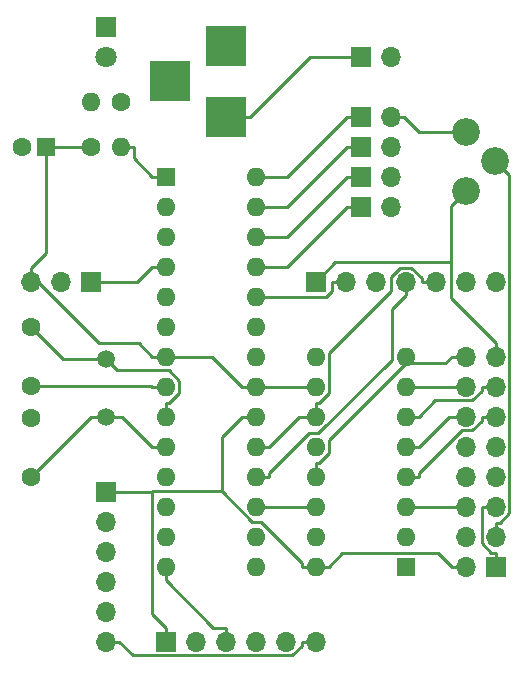
<source format=gbl>
G04 #@! TF.FileFunction,Copper,L2,Bot,Signal*
%FSLAX46Y46*%
G04 Gerber Fmt 4.6, Leading zero omitted, Abs format (unit mm)*
G04 Created by KiCad (PCBNEW 4.0.7) date Tuesday, February 20, 2018 'PMt' 03:02:02 PM*
%MOMM*%
%LPD*%
G01*
G04 APERTURE LIST*
%ADD10C,0.100000*%
%ADD11R,1.600000X1.600000*%
%ADD12O,1.600000X1.600000*%
%ADD13C,1.600000*%
%ADD14R,1.700000X1.700000*%
%ADD15O,1.700000X1.700000*%
%ADD16R,3.500000X3.500000*%
%ADD17C,2.340000*%
%ADD18C,1.500000*%
%ADD19R,1.800000X1.800000*%
%ADD20C,1.800000*%
%ADD21C,0.250000*%
G04 APERTURE END LIST*
D10*
D11*
X97790000Y-85090000D03*
D12*
X105410000Y-118110000D03*
X97790000Y-87630000D03*
X105410000Y-115570000D03*
X97790000Y-90170000D03*
X105410000Y-113030000D03*
X97790000Y-92710000D03*
X105410000Y-110490000D03*
X97790000Y-95250000D03*
X105410000Y-107950000D03*
X97790000Y-97790000D03*
X105410000Y-105410000D03*
X97790000Y-100330000D03*
X105410000Y-102870000D03*
X97790000Y-102870000D03*
X105410000Y-100330000D03*
X97790000Y-105410000D03*
X105410000Y-97790000D03*
X97790000Y-107950000D03*
X105410000Y-95250000D03*
X97790000Y-110490000D03*
X105410000Y-92710000D03*
X97790000Y-113030000D03*
X105410000Y-90170000D03*
X97790000Y-115570000D03*
X105410000Y-87630000D03*
X97790000Y-118110000D03*
X105410000Y-85090000D03*
D13*
X86360000Y-97790000D03*
X86360000Y-102790000D03*
X86360000Y-110490000D03*
X86360000Y-105490000D03*
D14*
X114300000Y-87630000D03*
D15*
X116840000Y-87630000D03*
D14*
X114300000Y-85090000D03*
D15*
X116840000Y-85090000D03*
D14*
X114300000Y-82550000D03*
D15*
X116840000Y-82550000D03*
D16*
X102870000Y-80010000D03*
X102870000Y-74010000D03*
X98170000Y-77010000D03*
D14*
X125730000Y-118110000D03*
D15*
X123190000Y-118110000D03*
X125730000Y-115570000D03*
X123190000Y-115570000D03*
X125730000Y-113030000D03*
X123190000Y-113030000D03*
X125730000Y-110490000D03*
X123190000Y-110490000D03*
X125730000Y-107950000D03*
X123190000Y-107950000D03*
X125730000Y-105410000D03*
X123190000Y-105410000D03*
X125730000Y-102870000D03*
X123190000Y-102870000D03*
X125730000Y-100330000D03*
X123190000Y-100330000D03*
D14*
X114300000Y-80010000D03*
D15*
X116840000Y-80010000D03*
D14*
X97790000Y-124460000D03*
D15*
X100330000Y-124460000D03*
X102870000Y-124460000D03*
X105410000Y-124460000D03*
X107950000Y-124460000D03*
X110490000Y-124460000D03*
D17*
X123190000Y-86280000D03*
X125690000Y-83780000D03*
X123190000Y-81280000D03*
D11*
X118110000Y-118110000D03*
D12*
X110490000Y-100330000D03*
X118110000Y-115570000D03*
X110490000Y-102870000D03*
X118110000Y-113030000D03*
X110490000Y-105410000D03*
X118110000Y-110490000D03*
X110490000Y-107950000D03*
X118110000Y-107950000D03*
X110490000Y-110490000D03*
X118110000Y-105410000D03*
X110490000Y-113030000D03*
X118110000Y-102870000D03*
X110490000Y-115570000D03*
X118110000Y-100330000D03*
X110490000Y-118110000D03*
D14*
X110490000Y-93980000D03*
D15*
X113030000Y-93980000D03*
X115570000Y-93980000D03*
X118110000Y-93980000D03*
X120650000Y-93980000D03*
X123190000Y-93980000D03*
X125730000Y-93980000D03*
D18*
X92710000Y-105410000D03*
X92710000Y-100530000D03*
D14*
X92710000Y-111760000D03*
D15*
X92710000Y-114300000D03*
X92710000Y-116840000D03*
X92710000Y-119380000D03*
X92710000Y-121920000D03*
X92710000Y-124460000D03*
D14*
X91440000Y-93980000D03*
D15*
X88900000Y-93980000D03*
X86360000Y-93980000D03*
D19*
X92710000Y-72390000D03*
D20*
X92710000Y-74930000D03*
D14*
X114300000Y-74930000D03*
D15*
X116840000Y-74930000D03*
D13*
X93980000Y-78740000D03*
D12*
X91440000Y-78740000D03*
D11*
X87630000Y-82550000D03*
D13*
X85630000Y-82550000D03*
X91440000Y-82550000D03*
D12*
X93980000Y-82550000D03*
D21*
X95105300Y-83530600D02*
X96664700Y-85090000D01*
X95105300Y-82550000D02*
X95105300Y-83530600D01*
X97790000Y-85090000D02*
X96664700Y-85090000D01*
X93980000Y-82550000D02*
X95105300Y-82550000D01*
X110490000Y-113030000D02*
X105410000Y-113030000D01*
X95394700Y-93980000D02*
X96664700Y-92710000D01*
X91440000Y-93980000D02*
X95394700Y-93980000D01*
X97790000Y-92710000D02*
X96664700Y-92710000D01*
X106535300Y-110208700D02*
X106535300Y-110490000D01*
X109919400Y-106824600D02*
X106535300Y-110208700D01*
X110712600Y-106824600D02*
X109919400Y-106824600D01*
X116934700Y-100602500D02*
X110712600Y-106824600D01*
X116934700Y-96330600D02*
X116934700Y-100602500D01*
X118110000Y-95155300D02*
X116934700Y-96330600D01*
X118110000Y-93980000D02*
X118110000Y-95155300D01*
X105410000Y-110490000D02*
X106535300Y-110490000D01*
X109075300Y-105410000D02*
X106535300Y-107950000D01*
X110490000Y-105410000D02*
X109075300Y-105410000D01*
X105410000Y-107950000D02*
X106535300Y-107950000D01*
X110771400Y-104284700D02*
X110490000Y-104284700D01*
X111615300Y-103440800D02*
X110771400Y-104284700D01*
X111615300Y-100024400D02*
X111615300Y-103440800D01*
X116840000Y-94799700D02*
X111615300Y-100024400D01*
X116840000Y-93585600D02*
X116840000Y-94799700D01*
X117621000Y-92804600D02*
X116840000Y-93585600D01*
X118612800Y-92804600D02*
X117621000Y-92804600D01*
X119474700Y-93666500D02*
X118612800Y-92804600D01*
X119474700Y-93980000D02*
X119474700Y-93666500D01*
X120650000Y-93980000D02*
X119474700Y-93980000D01*
X110490000Y-105410000D02*
X110490000Y-104284700D01*
X87630000Y-82550000D02*
X91440000Y-82550000D01*
X87630000Y-91534700D02*
X86360000Y-92804700D01*
X87630000Y-82550000D02*
X87630000Y-91534700D01*
X105410000Y-105410000D02*
X104284700Y-105410000D01*
X120889400Y-116984700D02*
X122014700Y-118110000D01*
X112740600Y-116984700D02*
X120889400Y-116984700D01*
X111615300Y-118110000D02*
X112740600Y-116984700D01*
X110490000Y-118110000D02*
X111615300Y-118110000D01*
X123190000Y-118110000D02*
X122014700Y-118110000D01*
X110490000Y-118110000D02*
X109364700Y-118110000D01*
X125730000Y-100330000D02*
X125730000Y-99154700D01*
X102538700Y-107156000D02*
X102538700Y-111750200D01*
X104284700Y-105410000D02*
X102538700Y-107156000D01*
X109364700Y-117828700D02*
X109364700Y-118110000D01*
X105836000Y-114300000D02*
X109364700Y-117828700D01*
X105088500Y-114300000D02*
X105836000Y-114300000D01*
X102538700Y-111750200D02*
X105088500Y-114300000D01*
X92710000Y-111760000D02*
X93885300Y-111760000D01*
X97790000Y-124460000D02*
X97790000Y-123284700D01*
X96657300Y-111760000D02*
X93885300Y-111760000D01*
X96667100Y-111750200D02*
X96657300Y-111760000D01*
X102538700Y-111750200D02*
X96667100Y-111750200D01*
X96657300Y-122152000D02*
X97790000Y-123284700D01*
X96657300Y-111760000D02*
X96657300Y-122152000D01*
X101744700Y-100330000D02*
X104284700Y-102870000D01*
X97790000Y-100330000D02*
X101744700Y-100330000D01*
X105410000Y-102870000D02*
X104284700Y-102870000D01*
X110490000Y-102870000D02*
X105410000Y-102870000D01*
X112115700Y-92354300D02*
X110490000Y-93980000D01*
X121920000Y-92354300D02*
X112115700Y-92354300D01*
X121920000Y-87550000D02*
X121920000Y-92354300D01*
X123190000Y-86280000D02*
X121920000Y-87550000D01*
X121920000Y-95344700D02*
X125730000Y-99154700D01*
X121920000Y-92354300D02*
X121920000Y-95344700D01*
X86360000Y-93980000D02*
X86360000Y-93392300D01*
X86360000Y-93392300D02*
X86360000Y-92804700D01*
X95539400Y-99204700D02*
X96664700Y-100330000D01*
X92172400Y-99204700D02*
X95539400Y-99204700D01*
X86360000Y-93392300D02*
X92172400Y-99204700D01*
X97790000Y-100330000D02*
X96664700Y-100330000D01*
X119285300Y-81280000D02*
X118015300Y-80010000D01*
X123190000Y-81280000D02*
X119285300Y-81280000D01*
X116840000Y-80010000D02*
X118015300Y-80010000D01*
X96584700Y-102790000D02*
X96664700Y-102870000D01*
X86360000Y-102790000D02*
X96584700Y-102790000D01*
X97790000Y-102870000D02*
X96664700Y-102870000D01*
X118110000Y-100330000D02*
X118110000Y-100892600D01*
X121452100Y-100892600D02*
X122014700Y-100330000D01*
X118110000Y-100892600D02*
X121452100Y-100892600D01*
X123190000Y-100330000D02*
X122014700Y-100330000D01*
X125730000Y-113030000D02*
X124667300Y-113030000D01*
X125362600Y-116934700D02*
X125730000Y-116934700D01*
X124554700Y-116126800D02*
X125362600Y-116934700D01*
X124554700Y-113030000D02*
X124554700Y-116126800D01*
X124667300Y-113030000D02*
X124554700Y-113030000D01*
X125730000Y-118110000D02*
X125730000Y-116934700D01*
X95060600Y-125635300D02*
X93885300Y-124460000D01*
X108506700Y-125635300D02*
X95060600Y-125635300D01*
X109314700Y-124827300D02*
X108506700Y-125635300D01*
X109314700Y-124460000D02*
X109314700Y-124827300D01*
X110490000Y-124460000D02*
X109314700Y-124460000D01*
X92710000Y-124460000D02*
X93885300Y-124460000D01*
X111615300Y-107387300D02*
X118110000Y-100892600D01*
X111615300Y-108520800D02*
X111615300Y-107387300D01*
X110771400Y-109364700D02*
X111615300Y-108520800D01*
X110490000Y-109364700D02*
X110771400Y-109364700D01*
X110490000Y-110490000D02*
X110490000Y-109364700D01*
X97790000Y-105410000D02*
X97790000Y-104284700D01*
X89100000Y-100530000D02*
X86360000Y-97790000D01*
X92710000Y-100530000D02*
X89100000Y-100530000D01*
X98071400Y-104284700D02*
X97790000Y-104284700D01*
X98915300Y-103440800D02*
X98071400Y-104284700D01*
X98915300Y-102363600D02*
X98915300Y-103440800D01*
X98052800Y-101501100D02*
X98915300Y-102363600D01*
X93681100Y-101501100D02*
X98052800Y-101501100D01*
X92710000Y-100530000D02*
X93681100Y-101501100D01*
X94124700Y-105410000D02*
X96664700Y-107950000D01*
X92710000Y-105410000D02*
X94124700Y-105410000D01*
X97790000Y-107950000D02*
X96664700Y-107950000D01*
X91440000Y-105410000D02*
X92710000Y-105410000D01*
X86360000Y-110490000D02*
X91440000Y-105410000D01*
X111392700Y-95250000D02*
X105410000Y-95250000D01*
X111854700Y-94788000D02*
X111392700Y-95250000D01*
X111854700Y-93980000D02*
X111854700Y-94788000D01*
X113030000Y-93980000D02*
X111854700Y-93980000D01*
X108044700Y-92710000D02*
X105410000Y-92710000D01*
X113124700Y-87630000D02*
X108044700Y-92710000D01*
X114300000Y-87630000D02*
X113124700Y-87630000D01*
X108044700Y-90170000D02*
X105410000Y-90170000D01*
X113124700Y-85090000D02*
X108044700Y-90170000D01*
X114300000Y-85090000D02*
X113124700Y-85090000D01*
X108044700Y-87630000D02*
X105410000Y-87630000D01*
X113124700Y-82550000D02*
X108044700Y-87630000D01*
X114300000Y-82550000D02*
X113124700Y-82550000D01*
X101839400Y-123284700D02*
X97790000Y-119235300D01*
X102870000Y-123284700D02*
X101839400Y-123284700D01*
X97790000Y-118110000D02*
X97790000Y-119235300D01*
X102870000Y-124460000D02*
X102870000Y-123284700D01*
X108044700Y-85090000D02*
X105410000Y-85090000D01*
X113124700Y-80010000D02*
X108044700Y-85090000D01*
X114300000Y-80010000D02*
X113124700Y-80010000D01*
X126097400Y-114394700D02*
X125730000Y-114394700D01*
X126905300Y-113586800D02*
X126097400Y-114394700D01*
X126905300Y-84995300D02*
X126905300Y-113586800D01*
X125690000Y-83780000D02*
X126905300Y-84995300D01*
X125730000Y-115570000D02*
X125730000Y-114394700D01*
X118110000Y-113030000D02*
X123190000Y-113030000D01*
X124554700Y-105777400D02*
X124554700Y-105410000D01*
X123746800Y-106585300D02*
X124554700Y-105777400D01*
X122858700Y-106585300D02*
X123746800Y-106585300D01*
X119235300Y-110208700D02*
X122858700Y-106585300D01*
X119235300Y-110490000D02*
X119235300Y-110208700D01*
X118110000Y-110490000D02*
X119235300Y-110490000D01*
X125730000Y-105410000D02*
X124554700Y-105410000D01*
X121775300Y-105410000D02*
X123190000Y-105410000D01*
X119235300Y-107950000D02*
X121775300Y-105410000D01*
X118110000Y-107950000D02*
X119235300Y-107950000D01*
X124554700Y-103237400D02*
X124554700Y-102870000D01*
X123746800Y-104045300D02*
X124554700Y-103237400D01*
X120600000Y-104045300D02*
X123746800Y-104045300D01*
X119235300Y-105410000D02*
X120600000Y-104045300D01*
X118110000Y-105410000D02*
X119235300Y-105410000D01*
X125730000Y-102870000D02*
X124554700Y-102870000D01*
X118110000Y-102870000D02*
X123190000Y-102870000D01*
X110025300Y-74930000D02*
X114300000Y-74930000D01*
X104945300Y-80010000D02*
X110025300Y-74930000D01*
X102870000Y-80010000D02*
X104945300Y-80010000D01*
M02*

</source>
